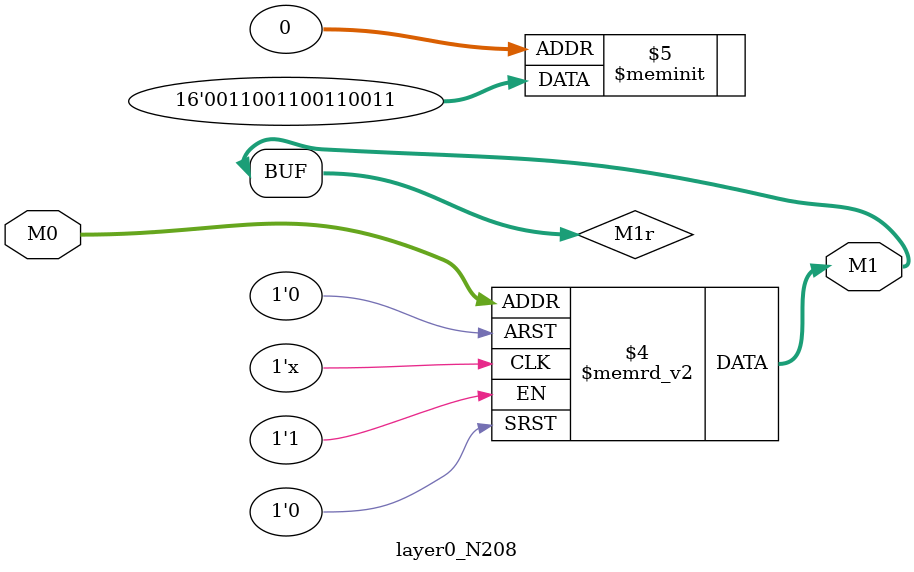
<source format=v>
module layer0_N208 ( input [2:0] M0, output [1:0] M1 );

	(*rom_style = "distributed" *) reg [1:0] M1r;
	assign M1 = M1r;
	always @ (M0) begin
		case (M0)
			3'b000: M1r = 2'b11;
			3'b100: M1r = 2'b11;
			3'b010: M1r = 2'b11;
			3'b110: M1r = 2'b11;
			3'b001: M1r = 2'b00;
			3'b101: M1r = 2'b00;
			3'b011: M1r = 2'b00;
			3'b111: M1r = 2'b00;

		endcase
	end
endmodule

</source>
